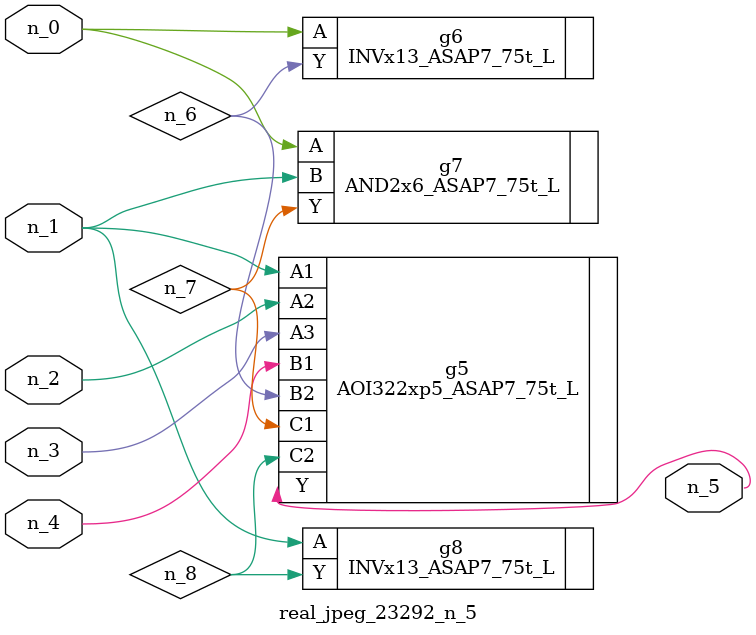
<source format=v>
module real_jpeg_23292_n_5 (n_4, n_0, n_1, n_2, n_3, n_5);

input n_4;
input n_0;
input n_1;
input n_2;
input n_3;

output n_5;

wire n_8;
wire n_6;
wire n_7;

INVx13_ASAP7_75t_L g6 ( 
.A(n_0),
.Y(n_6)
);

AND2x6_ASAP7_75t_L g7 ( 
.A(n_0),
.B(n_1),
.Y(n_7)
);

AOI322xp5_ASAP7_75t_L g5 ( 
.A1(n_1),
.A2(n_2),
.A3(n_3),
.B1(n_4),
.B2(n_6),
.C1(n_7),
.C2(n_8),
.Y(n_5)
);

INVx13_ASAP7_75t_L g8 ( 
.A(n_1),
.Y(n_8)
);


endmodule
</source>
